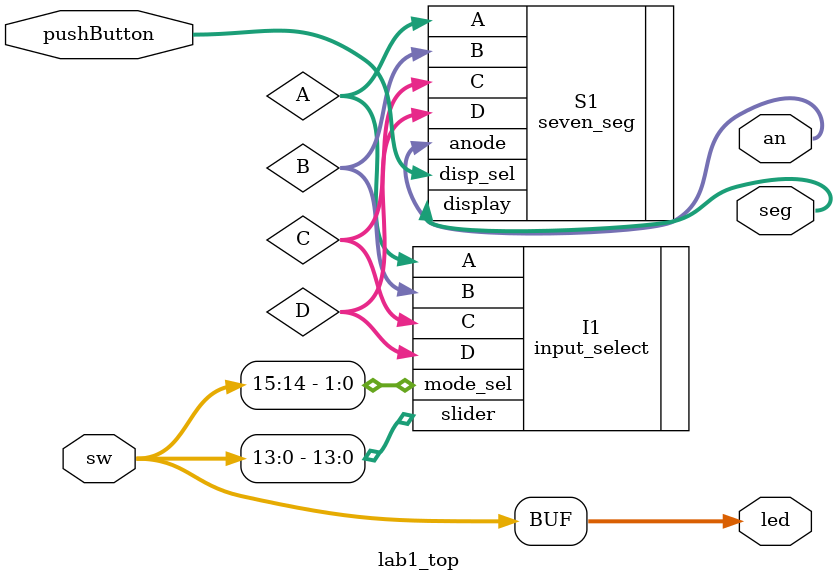
<source format=v>
`timescale 1ns / 1ps


module lab1_top(
    input [15:0] sw,            // Input switches
    input [3:0] pushButton,     // Input push buttons to choose the display
    output [6:0] seg,           // 7-segment display
    output [3:0] an,            // Anode to turn on the 7-segment display
    output [15:0] led           // LEDs correspond to each switch
    );
    
    wire [3:0] A, B, C, D;  // Wire to connect 2 modules
    
    // Instantiate input select module
    input_select I1 (.mode_sel(sw[15:14]), .slider(sw[13:0]), .A(A), .B(B), .C(C), .D(D));
    
    // Instantiate seven_seg module
    seven_seg S1 (.A(A), .B(B), .C(C), .D(D), .disp_sel(pushButton), .display(seg), .anode(an));
    
    assign led = sw;    // Turn on the LED based off the switches.
    
endmodule

</source>
